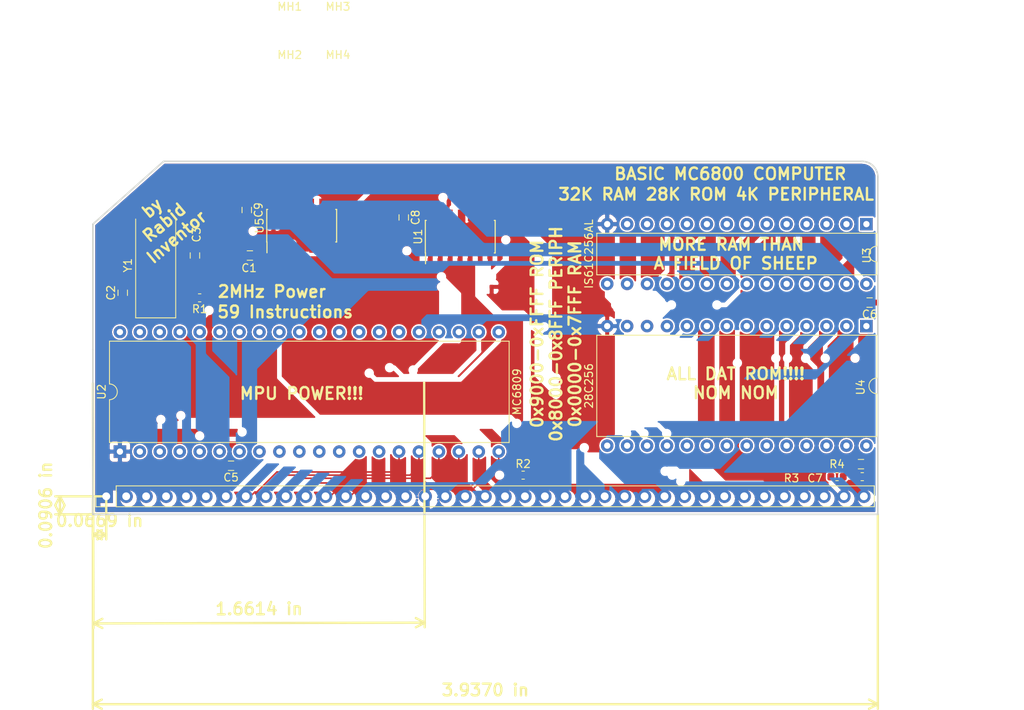
<source format=kicad_pcb>
(kicad_pcb (version 20171130) (host pcbnew "(5.0.0)")
  (layers (0 F.Cu signal) (31 B.Cu signal) (34 B.Paste user hide) (35 F.Paste user hide) (36 B.SilkS user hide) (37 F.SilkS user) (38 B.Mask user hide) (39 F.Mask user hide) (44 Edge.Cuts user))
  (net 0 "")
  (net 1 GND)
  (net 2 "Net-(C2-Pad1)")
  (net 3 "Net-(C3-Pad1)")
  (net 4 +5V)
  (net 5 /A0)
  (net 6 /A1)
  (net 7 /A2)
  (net 8 /A3)
  (net 9 /A4)
  (net 10 /A5)
  (net 11 /A6)
  (net 12 /A7)
  (net 13 /A8)
  (net 14 /A9)
  (net 15 /A10)
  (net 16 /A11)
  (net 17 /A12)
  (net 18 /A13)
  (net 19 /A14)
  (net 20 /A15)
  (net 21 /RESET)
  (net 22 /E)
  (net 23 /INT1)
  (net 24 /R_W)
  (net 25 /D0)
  (net 26 /D1)
  (net 27 /D2)
  (net 28 /D3)
  (net 29 /D4)
  (net 30 /D5)
  (net 31 /D6)
  (net 32 /D7)
  (net 33 /INT2)
  (net 34 /INT3)
  (net 35 /QLATCH)
  (net 36 /_QLATCH)
  (net 37 /_A15)
  (net 38 /ROM_CS)
  (net 39 /PER_CS)
  (net 40 /BS)
  (net 41 /BA)
  (net 42 "Net-(U2-Pad33)")
  (net 43 "Net-(U2-Pad40)")
  (net 44 "Net-(U1-Pad12)")
  (net 45 "Net-(U1-Pad3)")
  (net 46 "Net-(U1-Pad5)")
  (net 47 "Net-(U4-Pad27)")
  (net 48 /M1)
  (net 49 /MEM_REQ)
  (net 50 /RO)
  (net 51 /RX)
  (net 52 /TX)
  (net 53 /USR1)
  (module Mounting_Holes:MountingHole_3.2mm_M3_DIN965 (layer F.Cu) (at 129.225001 47.225001)
    (fp_text reference MH4 (at 0 -3.8) (layer F.SilkS))
    (fp_text value MountingHole)
    (pad 1 np_thru_hole circle (at 0 0) (size 3.2 3.2) (drill 3.2) (layers *.Cu *.Mask))
  )
  (module Mounting_Holes:MountingHole_3.2mm_M3_DIN965 (layer F.Cu) (at 129.225001 41.075001)
    (fp_text reference MH3 (at 0 -3.8) (layer F.SilkS))
    (fp_text value MountingHole)
    (pad 1 np_thru_hole circle (at 0 0) (size 3.2 3.2) (drill 3.2) (layers *.Cu *.Mask))
  )
  (module Mounting_Holes:MountingHole_3.2mm_M3_DIN965 (layer F.Cu) (at 123.075001 47.225001)
    (fp_text reference MH2 (at 0 -3.8) (layer F.SilkS))
    (fp_text value MountingHole)
    (pad 1 np_thru_hole circle (at 0 0) (size 3.2 3.2) (drill 3.2) (layers *.Cu *.Mask))
  )
  (module Mounting_Holes:MountingHole_3.2mm_M3_DIN965 (layer F.Cu) (at 123.075001 41.075001)
    (fp_text reference MH1 (at 0 -3.8) (layer F.SilkS))
    (fp_text value MountingHole)
    (pad 1 np_thru_hole circle (at 0 0) (size 3.2 3.2) (drill 3.2) (layers *.Cu *.Mask))
  )
  (module Crystal:Crystal_SMD_HC49-SD (layer F.Cu) (at 106 70.25 90)
    (fp_text reference Y1 (at 0 -3.55 90) (layer F.SilkS))
    (fp_text value ABLS-4.000MHZ-20-B-3-H-T)
    (fp_line (start 5.9 -2.55) (end -6.7 -2.55) (layer F.SilkS) (width 0.12))
    (fp_line (start -6.7 -2.55) (end -6.7 2.55) (layer F.SilkS) (width 0.12))
    (fp_line (start -6.7 2.55) (end 5.9 2.55) (layer F.SilkS) (width 0.12))
    (pad 1 smd rect (at -4.25 0 90) (size 4.5 2) (layers F.Cu F.Paste F.Mask) (net 2 "Net-(C2-Pad1)"))
    (pad 2 smd rect (at 4.25 0 90) (size 4.5 2) (layers F.Cu F.Paste F.Mask) (net 3 "Net-(C3-Pad1)"))
  )
  (module Capacitors_SMD:C_0603 (layer F.Cu) (at 137.6 64.15 270)
    (fp_text reference C8 (at 0 -1.5 270) (layer F.SilkS))
    (fp_text value C_Small)
    (fp_line (start 0.35 0.6) (end -0.35 0.6) (layer F.SilkS) (width 0.12))
    (fp_line (start -0.35 -0.6) (end 0.35 -0.6) (layer F.SilkS) (width 0.12))
    (pad 2 smd rect (at 0.75 0 270) (size 0.8 0.75) (layers F.Cu F.Paste F.Mask) (net 1 GND))
    (pad 1 smd rect (at -0.75 0 270) (size 0.8 0.75) (layers F.Cu F.Paste F.Mask) (net 4 +5V))
  )
  (module Capacitors_SMD:C_0603 (layer F.Cu) (at 117.6 63.2 270)
    (fp_text reference C9 (at 0 -1.5 270) (layer F.SilkS))
    (fp_text value C_Small)
    (fp_line (start -0.35 -0.6) (end 0.35 -0.6) (layer F.SilkS) (width 0.12))
    (fp_line (start 0.35 0.6) (end -0.35 0.6) (layer F.SilkS) (width 0.12))
    (pad 1 smd rect (at -0.75 0 270) (size 0.8 0.75) (layers F.Cu F.Paste F.Mask) (net 4 +5V))
    (pad 2 smd rect (at 0.75 0 270) (size 0.8 0.75) (layers F.Cu F.Paste F.Mask) (net 1 GND))
  )
  (module Housings_SOIC:SOIC-14_3.9x8.7mm_Pitch1.27mm (layer F.Cu) (at 144.8 66.6 90)
    (fp_text reference U1 (at 0 -5.375 90) (layer F.SilkS))
    (fp_text value 74LV32)
    (fp_line (start -2.075 -4.45) (end -2.075 -4.425) (layer F.SilkS) (width 0.15))
    (fp_line (start 2.075 -4.45) (end 2.075 -4.335) (layer F.SilkS) (width 0.15))
    (fp_line (start 2.075 4.45) (end 2.075 4.335) (layer F.SilkS) (width 0.15))
    (fp_line (start -2.075 4.45) (end -2.075 4.335) (layer F.SilkS) (width 0.15))
    (fp_line (start -2.075 -4.45) (end 2.075 -4.45) (layer F.SilkS) (width 0.15))
    (fp_line (start -2.075 4.45) (end 2.075 4.45) (layer F.SilkS) (width 0.15))
    (fp_line (start -2.075 -4.425) (end -3.45 -4.425) (layer F.SilkS) (width 0.15))
    (pad 1 smd rect (at -2.7 -3.81 90) (size 1.5 0.6) (layers F.Cu F.Paste F.Mask) (net 17 /A12))
    (pad 2 smd rect (at -2.7 -2.54 90) (size 1.5 0.6) (layers F.Cu F.Paste F.Mask) (net 18 /A13))
    (pad 3 smd rect (at -2.7 -1.27 90) (size 1.5 0.6) (layers F.Cu F.Paste F.Mask) (net 45 "Net-(U1-Pad3)"))
    (pad 4 smd rect (at -2.7 0 90) (size 1.5 0.6) (layers F.Cu F.Paste F.Mask) (net 45 "Net-(U1-Pad3)"))
    (pad 5 smd rect (at -2.7 1.27 90) (size 1.5 0.6) (layers F.Cu F.Paste F.Mask) (net 46 "Net-(U1-Pad5)"))
    (pad 6 smd rect (at -2.7 2.54 90) (size 1.5 0.6) (layers F.Cu F.Paste F.Mask) (net 39 /PER_CS))
    (pad 7 smd rect (at -2.7 3.81 90) (size 1.5 0.6) (layers F.Cu F.Paste F.Mask) (net 1 GND))
    (pad 8 smd rect (at 2.7 3.81 90) (size 1.5 0.6) (layers F.Cu F.Paste F.Mask) (net 46 "Net-(U1-Pad5)"))
    (pad 9 smd rect (at 2.7 2.54 90) (size 1.5 0.6) (layers F.Cu F.Paste F.Mask) (net 19 /A14))
    (pad 10 smd rect (at 2.7 1.27 90) (size 1.5 0.6) (layers F.Cu F.Paste F.Mask) (net 37 /_A15))
    (pad 11 smd rect (at 2.7 0 90) (size 1.5 0.6) (layers F.Cu F.Paste F.Mask) (net 38 /ROM_CS))
    (pad 12 smd rect (at 2.7 -1.27 90) (size 1.5 0.6) (layers F.Cu F.Paste F.Mask) (net 44 "Net-(U1-Pad12)"))
    (pad 13 smd rect (at 2.7 -2.54 90) (size 1.5 0.6) (layers F.Cu F.Paste F.Mask) (net 37 /_A15))
    (pad 14 smd rect (at 2.7 -3.81 90) (size 1.5 0.6) (layers F.Cu F.Paste F.Mask) (net 4 +5V))
  )
  (module Housings_SOIC:SOIC-14_3.9x8.7mm_Pitch1.27mm (layer F.Cu) (at 124.6 65.2 90)
    (fp_text reference U5 (at 0 -5.375 90) (layer F.SilkS))
    (fp_text value 74LV14)
    (fp_line (start -2.075 -4.425) (end -3.45 -4.425) (layer F.SilkS) (width 0.15))
    (fp_line (start -2.075 4.45) (end 2.075 4.45) (layer F.SilkS) (width 0.15))
    (fp_line (start -2.075 -4.45) (end 2.075 -4.45) (layer F.SilkS) (width 0.15))
    (fp_line (start -2.075 4.45) (end -2.075 4.335) (layer F.SilkS) (width 0.15))
    (fp_line (start 2.075 4.45) (end 2.075 4.335) (layer F.SilkS) (width 0.15))
    (fp_line (start 2.075 -4.45) (end 2.075 -4.335) (layer F.SilkS) (width 0.15))
    (fp_line (start -2.075 -4.45) (end -2.075 -4.425) (layer F.SilkS) (width 0.15))
    (pad 14 smd rect (at 2.7 -3.81 90) (size 1.5 0.6) (layers F.Cu F.Paste F.Mask) (net 4 +5V))
    (pad 13 smd rect (at 2.7 -2.54 90) (size 1.5 0.6) (layers F.Cu F.Paste F.Mask))
    (pad 12 smd rect (at 2.7 -1.27 90) (size 1.5 0.6) (layers F.Cu F.Paste F.Mask))
    (pad 11 smd rect (at 2.7 0 90) (size 1.5 0.6) (layers F.Cu F.Paste F.Mask))
    (pad 10 smd rect (at 2.7 1.27 90) (size 1.5 0.6) (layers F.Cu F.Paste F.Mask))
    (pad 9 smd rect (at 2.7 2.54 90) (size 1.5 0.6) (layers F.Cu F.Paste F.Mask))
    (pad 8 smd rect (at 2.7 3.81 90) (size 1.5 0.6) (layers F.Cu F.Paste F.Mask))
    (pad 7 smd rect (at -2.7 3.81 90) (size 1.5 0.6) (layers F.Cu F.Paste F.Mask) (net 1 GND))
    (pad 6 smd rect (at -2.7 2.54 90) (size 1.5 0.6) (layers F.Cu F.Paste F.Mask) (net 44 "Net-(U1-Pad12)"))
    (pad 5 smd rect (at -2.7 1.27 90) (size 1.5 0.6) (layers F.Cu F.Paste F.Mask) (net 39 /PER_CS))
    (pad 4 smd rect (at -2.7 0 90) (size 1.5 0.6) (layers F.Cu F.Paste F.Mask) (net 37 /_A15))
    (pad 3 smd rect (at -2.7 -1.27 90) (size 1.5 0.6) (layers F.Cu F.Paste F.Mask) (net 20 /A15))
    (pad 2 smd rect (at -2.7 -2.54 90) (size 1.5 0.6) (layers F.Cu F.Paste F.Mask) (net 36 /_QLATCH))
    (pad 1 smd rect (at -2.7 -3.81 90) (size 1.5 0.6) (layers F.Cu F.Paste F.Mask) (net 35 /QLATCH))
  )
  (module Package_DIP:DIP-40_W15.24mm (layer F.Cu) (at 101.44 94 90)
    (fp_text reference U2 (at 7.62 -2.33 90) (layer F.SilkS))
    (fp_text value MC6809 (at 7.62 50.59 90) (layer F.SilkS))
    (fp_arc (start 7.62 -1.33) (end 6.62 -1.33) (angle -180) (layer F.SilkS) (width 0.12))
    (fp_line (start 6.62 -1.33) (end 1.16 -1.33) (layer F.SilkS) (width 0.12))
    (fp_line (start 1.16 -1.33) (end 1.16 49.59) (layer F.SilkS) (width 0.12))
    (fp_line (start 1.16 49.59) (end 14.08 49.59) (layer F.SilkS) (width 0.12))
    (fp_line (start 14.08 49.59) (end 14.08 -1.33) (layer F.SilkS) (width 0.12))
    (fp_line (start 14.08 -1.33) (end 8.62 -1.33) (layer F.SilkS) (width 0.12))
    (pad 1 thru_hole rect (at 0 0 90) (size 1.6 1.6) (drill 0.8) (layers *.Cu *.Mask) (net 1 GND))
    (pad 21 thru_hole oval (at 15.24 48.26 90) (size 1.6 1.6) (drill 0.8) (layers *.Cu *.Mask) (net 18 /A13))
    (pad 2 thru_hole oval (at 0 2.54 90) (size 1.6 1.6) (drill 0.8) (layers *.Cu *.Mask) (net 23 /INT1))
    (pad 22 thru_hole oval (at 15.24 45.72 90) (size 1.6 1.6) (drill 0.8) (layers *.Cu *.Mask) (net 19 /A14))
    (pad 3 thru_hole oval (at 0 5.08 90) (size 1.6 1.6) (drill 0.8) (layers *.Cu *.Mask) (net 33 /INT2))
    (pad 23 thru_hole oval (at 15.24 43.18 90) (size 1.6 1.6) (drill 0.8) (layers *.Cu *.Mask) (net 20 /A15))
    (pad 4 thru_hole oval (at 0 7.62 90) (size 1.6 1.6) (drill 0.8) (layers *.Cu *.Mask) (net 34 /INT3))
    (pad 24 thru_hole oval (at 15.24 40.64 90) (size 1.6 1.6) (drill 0.8) (layers *.Cu *.Mask) (net 32 /D7))
    (pad 5 thru_hole oval (at 0 10.16 90) (size 1.6 1.6) (drill 0.8) (layers *.Cu *.Mask) (net 40 /BS))
    (pad 25 thru_hole oval (at 15.24 38.1 90) (size 1.6 1.6) (drill 0.8) (layers *.Cu *.Mask) (net 31 /D6))
    (pad 6 thru_hole oval (at 0 12.7 90) (size 1.6 1.6) (drill 0.8) (layers *.Cu *.Mask) (net 41 /BA))
    (pad 26 thru_hole oval (at 15.24 35.56 90) (size 1.6 1.6) (drill 0.8) (layers *.Cu *.Mask) (net 30 /D5))
    (pad 7 thru_hole oval (at 0 15.24 90) (size 1.6 1.6) (drill 0.8) (layers *.Cu *.Mask) (net 4 +5V))
    (pad 27 thru_hole oval (at 15.24 33.02 90) (size 1.6 1.6) (drill 0.8) (layers *.Cu *.Mask) (net 29 /D4))
    (pad 8 thru_hole oval (at 0 17.78 90) (size 1.6 1.6) (drill 0.8) (layers *.Cu *.Mask) (net 5 /A0))
    (pad 28 thru_hole oval (at 15.24 30.48 90) (size 1.6 1.6) (drill 0.8) (layers *.Cu *.Mask) (net 28 /D3))
    (pad 9 thru_hole oval (at 0 20.32 90) (size 1.6 1.6) (drill 0.8) (layers *.Cu *.Mask) (net 6 /A1))
    (pad 29 thru_hole oval (at 15.24 27.94 90) (size 1.6 1.6) (drill 0.8) (layers *.Cu *.Mask) (net 27 /D2))
    (pad 10 thru_hole oval (at 0 22.86 90) (size 1.6 1.6) (drill 0.8) (layers *.Cu *.Mask) (net 7 /A2))
    (pad 30 thru_hole oval (at 15.24 25.4 90) (size 1.6 1.6) (drill 0.8) (layers *.Cu *.Mask) (net 26 /D1))
    (pad 11 thru_hole oval (at 0 25.4 90) (size 1.6 1.6) (drill 0.8) (layers *.Cu *.Mask) (net 8 /A3))
    (pad 31 thru_hole oval (at 15.24 22.86 90) (size 1.6 1.6) (drill 0.8) (layers *.Cu *.Mask) (net 25 /D0))
    (pad 12 thru_hole oval (at 0 27.94 90) (size 1.6 1.6) (drill 0.8) (layers *.Cu *.Mask) (net 9 /A4))
    (pad 32 thru_hole oval (at 15.24 20.32 90) (size 1.6 1.6) (drill 0.8) (layers *.Cu *.Mask) (net 24 /R_W))
    (pad 13 thru_hole oval (at 0 30.48 90) (size 1.6 1.6) (drill 0.8) (layers *.Cu *.Mask) (net 10 /A5))
    (pad 33 thru_hole oval (at 15.24 17.78 90) (size 1.6 1.6) (drill 0.8) (layers *.Cu *.Mask) (net 42 "Net-(U2-Pad33)"))
    (pad 14 thru_hole oval (at 0 33.02 90) (size 1.6 1.6) (drill 0.8) (layers *.Cu *.Mask) (net 11 /A6))
    (pad 34 thru_hole oval (at 15.24 15.24 90) (size 1.6 1.6) (drill 0.8) (layers *.Cu *.Mask) (net 22 /E))
    (pad 15 thru_hole oval (at 0 35.56 90) (size 1.6 1.6) (drill 0.8) (layers *.Cu *.Mask) (net 12 /A7))
    (pad 35 thru_hole oval (at 15.24 12.7 90) (size 1.6 1.6) (drill 0.8) (layers *.Cu *.Mask) (net 35 /QLATCH))
    (pad 16 thru_hole oval (at 0 38.1 90) (size 1.6 1.6) (drill 0.8) (layers *.Cu *.Mask) (net 13 /A8))
    (pad 36 thru_hole oval (at 15.24 10.16 90) (size 1.6 1.6) (drill 0.8) (layers *.Cu *.Mask) (net 4 +5V))
    (pad 17 thru_hole oval (at 0 40.64 90) (size 1.6 1.6) (drill 0.8) (layers *.Cu *.Mask) (net 14 /A9))
    (pad 37 thru_hole oval (at 15.24 7.62 90) (size 1.6 1.6) (drill 0.8) (layers *.Cu *.Mask) (net 21 /RESET))
    (pad 18 thru_hole oval (at 0 43.18 90) (size 1.6 1.6) (drill 0.8) (layers *.Cu *.Mask) (net 15 /A10))
    (pad 38 thru_hole oval (at 15.24 5.08 90) (size 1.6 1.6) (drill 0.8) (layers *.Cu *.Mask) (net 3 "Net-(C3-Pad1)"))
    (pad 19 thru_hole oval (at 0 45.72 90) (size 1.6 1.6) (drill 0.8) (layers *.Cu *.Mask) (net 16 /A11))
    (pad 39 thru_hole oval (at 15.24 2.54 90) (size 1.6 1.6) (drill 0.8) (layers *.Cu *.Mask) (net 2 "Net-(C2-Pad1)"))
    (pad 20 thru_hole oval (at 0 48.26 90) (size 1.6 1.6) (drill 0.8) (layers *.Cu *.Mask) (net 17 /A12))
    (pad 40 thru_hole oval (at 15.24 0 90) (size 1.6 1.6) (drill 0.8) (layers *.Cu *.Mask) (net 43 "Net-(U2-Pad40)"))
  )
  (module Housings_DIP:DIP-28_W15.24mm (layer F.Cu) (at 196.54 78 270)
    (fp_text reference U4 (at 7.8 0.74 270) (layer F.SilkS))
    (fp_text value 28C256 (at 7.62 35.35 270) (layer F.SilkS))
    (fp_line (start 14.08 -1.33) (end 8.62 -1.33) (layer F.SilkS) (width 0.12))
    (fp_line (start 14.08 34.35) (end 14.08 -1.33) (layer F.SilkS) (width 0.12))
    (fp_line (start 1.16 34.35) (end 14.08 34.35) (layer F.SilkS) (width 0.12))
    (fp_line (start 1.16 -1.33) (end 1.16 34.35) (layer F.SilkS) (width 0.12))
    (fp_line (start 6.62 -1.33) (end 1.16 -1.33) (layer F.SilkS) (width 0.12))
    (fp_arc (start 7.62 -1.33) (end 6.62 -1.33) (angle -180) (layer F.SilkS) (width 0.12))
    (pad 28 thru_hole oval (at 15.24 0 270) (size 1.6 1.6) (drill 0.8) (layers *.Cu *.Mask) (net 4 +5V))
    (pad 14 thru_hole oval (at 0 33.02 270) (size 1.6 1.6) (drill 0.8) (layers *.Cu *.Mask) (net 1 GND))
    (pad 27 thru_hole oval (at 15.24 2.54 270) (size 1.6 1.6) (drill 0.8) (layers *.Cu *.Mask) (net 47 "Net-(U4-Pad27)"))
    (pad 13 thru_hole oval (at 0 30.48 270) (size 1.6 1.6) (drill 0.8) (layers *.Cu *.Mask) (net 27 /D2))
    (pad 26 thru_hole oval (at 15.24 5.08 270) (size 1.6 1.6) (drill 0.8) (layers *.Cu *.Mask) (net 18 /A13))
    (pad 12 thru_hole oval (at 0 27.94 270) (size 1.6 1.6) (drill 0.8) (layers *.Cu *.Mask) (net 26 /D1))
    (pad 25 thru_hole oval (at 15.24 7.62 270) (size 1.6 1.6) (drill 0.8) (layers *.Cu *.Mask) (net 13 /A8))
    (pad 11 thru_hole oval (at 0 25.4 270) (size 1.6 1.6) (drill 0.8) (layers *.Cu *.Mask) (net 25 /D0))
    (pad 24 thru_hole oval (at 15.24 10.16 270) (size 1.6 1.6) (drill 0.8) (layers *.Cu *.Mask) (net 14 /A9))
    (pad 10 thru_hole oval (at 0 22.86 270) (size 1.6 1.6) (drill 0.8) (layers *.Cu *.Mask) (net 5 /A0))
    (pad 23 thru_hole oval (at 15.24 12.7 270) (size 1.6 1.6) (drill 0.8) (layers *.Cu *.Mask) (net 16 /A11))
    (pad 9 thru_hole oval (at 0 20.32 270) (size 1.6 1.6) (drill 0.8) (layers *.Cu *.Mask) (net 6 /A1))
    (pad 22 thru_hole oval (at 15.24 15.24 270) (size 1.6 1.6) (drill 0.8) (layers *.Cu *.Mask) (net 38 /ROM_CS))
    (pad 8 thru_hole oval (at 0 17.78 270) (size 1.6 1.6) (drill 0.8) (layers *.Cu *.Mask) (net 7 /A2))
    (pad 21 thru_hole oval (at 15.24 17.78 270) (size 1.6 1.6) (drill 0.8) (layers *.Cu *.Mask) (net 15 /A10))
    (pad 7 thru_hole oval (at 0 15.24 270) (size 1.6 1.6) (drill 0.8) (layers *.Cu *.Mask) (net 8 /A3))
    (pad 20 thru_hole oval (at 15.24 20.32 270) (size 1.6 1.6) (drill 0.8) (layers *.Cu *.Mask) (net 36 /_QLATCH))
    (pad 6 thru_hole oval (at 0 12.7 270) (size 1.6 1.6) (drill 0.8) (layers *.Cu *.Mask) (net 9 /A4))
    (pad 19 thru_hole oval (at 15.24 22.86 270) (size 1.6 1.6) (drill 0.8) (layers *.Cu *.Mask) (net 32 /D7))
    (pad 5 thru_hole oval (at 0 10.16 270) (size 1.6 1.6) (drill 0.8) (layers *.Cu *.Mask) (net 10 /A5))
    (pad 18 thru_hole oval (at 15.24 25.4 270) (size 1.6 1.6) (drill 0.8) (layers *.Cu *.Mask) (net 31 /D6))
    (pad 4 thru_hole oval (at 0 7.62 270) (size 1.6 1.6) (drill 0.8) (layers *.Cu *.Mask) (net 11 /A6))
    (pad 17 thru_hole oval (at 15.24 27.94 270) (size 1.6 1.6) (drill 0.8) (layers *.Cu *.Mask) (net 30 /D5))
    (pad 3 thru_hole oval (at 0 5.08 270) (size 1.6 1.6) (drill 0.8) (layers *.Cu *.Mask) (net 12 /A7))
    (pad 16 thru_hole oval (at 15.24 30.48 270) (size 1.6 1.6) (drill 0.8) (layers *.Cu *.Mask) (net 29 /D4))
    (pad 2 thru_hole oval (at 0 2.54 270) (size 1.6 1.6) (drill 0.8) (layers *.Cu *.Mask) (net 17 /A12))
    (pad 15 thru_hole oval (at 15.24 33.02 270) (size 1.6 1.6) (drill 0.8) (layers *.Cu *.Mask) (net 28 /D3))
    (pad 1 thru_hole rect (at 0 0 270) (size 1.6 1.6) (drill 0.8) (layers *.Cu *.Mask) (net 19 /A14))
  )
  (module Capacitors_SMD:C_0603 (layer F.Cu) (at 101.8 73.75 90)
    (fp_text reference C2 (at 0 -1.5 90) (layer F.SilkS))
    (fp_text value C_Small)
    (fp_line (start 0.35 0.6) (end -0.35 0.6) (layer F.SilkS) (width 0.12))
    (fp_line (start -0.35 -0.6) (end 0.35 -0.6) (layer F.SilkS) (width 0.12))
    (pad 2 smd rect (at 0.75 0 90) (size 0.8 0.75) (layers F.Cu F.Paste F.Mask) (net 1 GND))
    (pad 1 smd rect (at -0.75 0 90) (size 0.8 0.75) (layers F.Cu F.Paste F.Mask) (net 2 "Net-(C2-Pad1)"))
  )
  (module Capacitors_SMD:C_0603 (layer F.Cu) (at 111 69 270)
    (fp_text reference C3 (at -2.65 -0.2 270) (layer F.SilkS))
    (fp_text value C_Small)
    (fp_line (start -0.35 -0.6) (end 0.35 -0.6) (layer F.SilkS) (width 0.12))
    (fp_line (start 0.35 0.6) (end -0.35 0.6) (layer F.SilkS) (width 0.12))
    (pad 1 smd rect (at -0.75 0 270) (size 0.8 0.75) (layers F.Cu F.Paste F.Mask) (net 3 "Net-(C3-Pad1)"))
    (pad 2 smd rect (at 0.75 0 270) (size 0.8 0.75) (layers F.Cu F.Paste F.Mask) (net 1 GND))
  )
  (module Capacitors_SMD:C_0603 (layer F.Cu) (at 115.6 95.8 180)
    (fp_text reference C5 (at 0 -1.5 180) (layer F.SilkS))
    (fp_text value C_Small)
    (fp_line (start 0.35 0.6) (end -0.35 0.6) (layer F.SilkS) (width 0.12))
    (fp_line (start -0.35 -0.6) (end 0.35 -0.6) (layer F.SilkS) (width 0.12))
    (pad 2 smd rect (at 0.75 0 180) (size 0.8 0.75) (layers F.Cu F.Paste F.Mask) (net 1 GND))
    (pad 1 smd rect (at -0.75 0 180) (size 0.8 0.75) (layers F.Cu F.Paste F.Mask) (net 4 +5V))
  )
  (module Capacitors_SMD:C_0603 (layer F.Cu) (at 196.95 75 180)
    (fp_text reference C6 (at 0 -1.5 180) (layer F.SilkS))
    (fp_text value C_Small)
    (fp_line (start 0.35 0.6) (end -0.35 0.6) (layer F.SilkS) (width 0.12))
    (fp_line (start -0.35 -0.6) (end 0.35 -0.6) (layer F.SilkS) (width 0.12))
    (pad 2 smd rect (at 0.75 0 180) (size 0.8 0.75) (layers F.Cu F.Paste F.Mask) (net 1 GND))
    (pad 1 smd rect (at -0.75 0 180) (size 0.8 0.75) (layers F.Cu F.Paste F.Mask) (net 4 +5V))
  )
  (module Capacitors_SMD:C_0603 (layer F.Cu) (at 195.85 95.6 180)
    (fp_text reference C7 (at 5.85 -1.8 180) (layer F.SilkS))
    (fp_text value C_Small)
    (fp_line (start -0.35 -0.6) (end 0.35 -0.6) (layer F.SilkS) (width 0.12))
    (fp_line (start 0.35 0.6) (end -0.35 0.6) (layer F.SilkS) (width 0.12))
    (pad 1 smd rect (at -0.75 0 180) (size 0.8 0.75) (layers F.Cu F.Paste F.Mask) (net 4 +5V))
    (pad 2 smd rect (at 0.75 0 180) (size 0.8 0.75) (layers F.Cu F.Paste F.Mask) (net 1 GND))
  )
  (module Connector_PinHeader_2.54mm:PinHeader_1x39_P2.54mm_Vertical (layer F.Cu) (at 99.7 99.7 90)
    (fp_text reference J1 hide)
    (fp_text value Conn_01x39_Male)
    (fp_line (start -1.33 97.85) (end 1.33 97.85) (layer F.SilkS) (width 0.12))
    (fp_line (start -1.33 1.27) (end -1.33 97.85) (layer F.SilkS) (width 0.12))
    (fp_line (start 1.33 1.27) (end 1.33 97.85) (layer F.SilkS) (width 0.12))
    (fp_line (start -1.33 1.27) (end 1.33 1.27) (layer F.SilkS) (width 0.12))
    (fp_line (start -1.33 0) (end -1.33 -1.33) (layer F.SilkS) (width 0.12))
    (fp_line (start -1.33 -1.33) (end 0 -1.33) (layer F.SilkS) (width 0.12))
    (pad 1 thru_hole rect (at 0 0 90) (size 1.7 1.7) (drill 1) (layers *.Cu *.Mask) (net 5 /A0))
    (pad 2 thru_hole oval (at 0 2.54 90) (size 1.7 1.7) (drill 1) (layers *.Cu *.Mask) (net 6 /A1))
    (pad 3 thru_hole oval (at 0 5.08 90) (size 1.7 1.7) (drill 1) (layers *.Cu *.Mask) (net 7 /A2))
    (pad 4 thru_hole oval (at 0 7.62 90) (size 1.7 1.7) (drill 1) (layers *.Cu *.Mask) (net 8 /A3))
    (pad 5 thru_hole oval (at 0 10.16 90) (size 1.7 1.7) (drill 1) (layers *.Cu *.Mask) (net 9 /A4))
    (pad 6 thru_hole oval (at 0 12.7 90) (size 1.7 1.7) (drill 1) (layers *.Cu *.Mask) (net 10 /A5))
    (pad 7 thru_hole oval (at 0 15.24 90) (size 1.7 1.7) (drill 1) (layers *.Cu *.Mask) (net 11 /A6))
    (pad 8 thru_hole oval (at 0 17.78 90) (size 1.7 1.7) (drill 1) (layers *.Cu *.Mask) (net 12 /A7))
    (pad 9 thru_hole oval (at 0 20.32 90) (size 1.7 1.7) (drill 1) (layers *.Cu *.Mask) (net 13 /A8))
    (pad 10 thru_hole oval (at 0 22.86 90) (size 1.7 1.7) (drill 1) (layers *.Cu *.Mask) (net 14 /A9))
    (pad 11 thru_hole oval (at 0 25.4 90) (size 1.7 1.7) (drill 1) (layers *.Cu *.Mask) (net 15 /A10))
    (pad 12 thru_hole oval (at 0 27.94 90) (size 1.7 1.7) (drill 1) (layers *.Cu *.Mask) (net 16 /A11))
    (pad 13 thru_hole oval (at 0 30.48 90) (size 1.7 1.7) (drill 1) (layers *.Cu *.Mask) (net 17 /A12))
    (pad 14 thru_hole oval (at 0 33.02 90) (size 1.7 1.7) (drill 1) (layers *.Cu *.Mask) (net 18 /A13))
    (pad 15 thru_hole oval (at 0 35.56 90) (size 1.7 1.7) (drill 1) (layers *.Cu *.Mask) (net 19 /A14))
    (pad 16 thru_hole oval (at 0 38.1 90) (size 1.7 1.7) (drill 1) (layers *.Cu *.Mask) (net 20 /A15))
    (pad 17 thru_hole oval (at 0 40.64 90) (size 1.7 1.7) (drill 1) (layers *.Cu *.Mask) (net 1 GND))
    (pad 18 thru_hole oval (at 0 43.18 90) (size 1.7 1.7) (drill 1) (layers *.Cu *.Mask) (net 4 +5V))
    (pad 19 thru_hole oval (at 0 45.72 90) (size 1.7 1.7) (drill 1) (layers *.Cu *.Mask) (net 48 /M1))
    (pad 20 thru_hole oval (at 0 48.26 90) (size 1.7 1.7) (drill 1) (layers *.Cu *.Mask) (net 21 /RESET))
    (pad 21 thru_hole oval (at 0 50.8 90) (size 1.7 1.7) (drill 1) (layers *.Cu *.Mask) (net 22 /E))
    (pad 22 thru_hole oval (at 0 53.34 90) (size 1.7 1.7) (drill 1) (layers *.Cu *.Mask) (net 23 /INT1))
    (pad 23 thru_hole oval (at 0 55.88 90) (size 1.7 1.7) (drill 1) (layers *.Cu *.Mask) (net 49 /MEM_REQ))
    (pad 24 thru_hole oval (at 0 58.42 90) (size 1.7 1.7) (drill 1) (layers *.Cu *.Mask) (net 24 /R_W))
    (pad 25 thru_hole oval (at 0 60.96 90) (size 1.7 1.7) (drill 1) (layers *.Cu *.Mask) (net 50 /RO))
    (pad 26 thru_hole oval (at 0 63.5 90) (size 1.7 1.7) (drill 1) (layers *.Cu *.Mask) (net 39 /PER_CS))
    (pad 27 thru_hole oval (at 0 66.04 90) (size 1.7 1.7) (drill 1) (layers *.Cu *.Mask) (net 25 /D0))
    (pad 28 thru_hole oval (at 0 68.58 90) (size 1.7 1.7) (drill 1) (layers *.Cu *.Mask) (net 26 /D1))
    (pad 29 thru_hole oval (at 0 71.12 90) (size 1.7 1.7) (drill 1) (layers *.Cu *.Mask) (net 27 /D2))
    (pad 30 thru_hole oval (at 0 73.66 90) (size 1.7 1.7) (drill 1) (layers *.Cu *.Mask) (net 28 /D3))
    (pad 31 thru_hole oval (at 0 76.2 90) (size 1.7 1.7) (drill 1) (layers *.Cu *.Mask) (net 29 /D4))
    (pad 32 thru_hole oval (at 0 78.74 90) (size 1.7 1.7) (drill 1) (layers *.Cu *.Mask) (net 30 /D5))
    (pad 33 thru_hole oval (at 0 81.28 90) (size 1.7 1.7) (drill 1) (layers *.Cu *.Mask) (net 31 /D6))
    (pad 34 thru_hole oval (at 0 83.82 90) (size 1.7 1.7) (drill 1) (layers *.Cu *.Mask) (net 32 /D7))
    (pad 35 thru_hole oval (at 0 86.36 90) (size 1.7 1.7) (drill 1) (layers *.Cu *.Mask) (net 51 /RX))
    (pad 36 thru_hole oval (at 0 88.9 90) (size 1.7 1.7) (drill 1) (layers *.Cu *.Mask) (net 52 /TX))
    (pad 37 thru_hole oval (at 0 91.44 90) (size 1.7 1.7) (drill 1) (layers *.Cu *.Mask) (net 53 /USR1))
    (pad 38 thru_hole oval (at 0 93.98 90) (size 1.7 1.7) (drill 1) (layers *.Cu *.Mask) (net 33 /INT2))
    (pad 39 thru_hole oval (at 0 96.52 90) (size 1.7 1.7) (drill 1) (layers *.Cu *.Mask) (net 34 /INT3))
  )
  (module Resistor_SMD:R_0603_1608Metric (layer F.Cu) (at 111.6 74.4 180)
    (fp_text reference R1 (at 0 -1.43 180) (layer F.SilkS))
    (fp_text value R_Small)
    (fp_line (start -0.162779 0.51) (end 0.162779 0.51) (layer F.SilkS) (width 0.12))
    (fp_line (start -0.162779 -0.51) (end 0.162779 -0.51) (layer F.SilkS) (width 0.12))
    (pad 2 smd roundrect (at 0.7875 0 180) (size 0.875 0.95) (layers F.Cu F.Paste F.Mask) (net 21 /RESET))
    (pad 1 smd roundrect (at -0.7875 0 180) (size 0.875 0.95) (layers F.Cu F.Paste F.Mask) (net 4 +5V))
  )
  (module Resistor_SMD:R_0603_1608Metric (layer F.Cu) (at 152.8125 97)
    (fp_text reference R2 (at 0 -1.43) (layer F.SilkS))
    (fp_text value R_Small)
    (fp_line (start -0.162779 -0.51) (end 0.162779 -0.51) (layer F.SilkS) (width 0.12))
    (fp_line (start -0.162779 0.51) (end 0.162779 0.51) (layer F.SilkS) (width 0.12))
    (pad 1 smd roundrect (at -0.7875 0) (size 0.875 0.95) (layers F.Cu F.Paste F.Mask) (net 4 +5V))
    (pad 2 smd roundrect (at 0.7875 0) (size 0.875 0.95) (layers F.Cu F.Paste F.Mask) (net 23 /INT1))
  )
  (module Resistor_SMD:R_0603_1608Metric (layer F.Cu) (at 192.8 97.2 180)
    (fp_text reference R3 (at 5.8 -0.2 180) (layer F.SilkS))
    (fp_text value R_Small)
    (fp_line (start -0.162779 0.51) (end 0.162779 0.51) (layer F.SilkS) (width 0.12))
    (fp_line (start -0.162779 -0.51) (end 0.162779 -0.51) (layer F.SilkS) (width 0.12))
    (pad 2 smd roundrect (at 0.7875 0 180) (size 0.875 0.95) (layers F.Cu F.Paste F.Mask) (net 33 /INT2))
    (pad 1 smd roundrect (at -0.7875 0 180) (size 0.875 0.95) (layers F.Cu F.Paste F.Mask) (net 4 +5V))
  )
  (module Resistor_SMD:R_0603_1608Metric (layer F.Cu) (at 196.0125 97.2)
    (fp_text reference R4 (at -3.2125 -1.6) (layer F.SilkS))
    (fp_text value R_Small)
    (fp_line (start -0.162779 -0.51) (end 0.162779 -0.51) (layer F.SilkS) (width 0.12))
    (fp_line (start -0.162779 0.51) (end 0.162779 0.51) (layer F.SilkS) (width 0.12))
    (pad 1 smd roundrect (at -0.7875 0) (size 0.875 0.95) (layers F.Cu F.Paste F.Mask) (net 4 +5V))
    (pad 2 smd roundrect (at 0.7875 0) (size 0.875 0.95) (layers F.Cu F.Paste F.Mask) (net 34 /INT3))
  )
  (module Capacitors_SMD:C_0603 (layer F.Cu) (at 118 69 180)
    (fp_text reference C1 (at 0.1 -1.6 180) (layer F.SilkS))
    (fp_text value C_Small)
    (fp_line (start -0.35 -0.6) (end 0.35 -0.6) (layer F.SilkS) (width 0.12))
    (fp_line (start 0.35 0.6) (end -0.35 0.6) (layer F.SilkS) (width 0.12))
    (pad 1 smd rect (at -0.75 0 180) (size 0.8 0.75) (layers F.Cu F.Paste F.Mask) (net 4 +5V))
    (pad 2 smd rect (at 0.75 0 180) (size 0.8 0.75) (layers F.Cu F.Paste F.Mask) (net 21 /RESET))
  )
  (module Housings_DIP:DIP-28_W7.62mm (layer F.Cu) (at 196.54 65 270)
    (fp_text reference U3 (at 4 -0.06 270) (layer F.SilkS))
    (fp_text value IS61C256AL (at 3.81 35.35 270) (layer F.SilkS))
    (fp_line (start 6.46 -1.33) (end 4.81 -1.33) (layer F.SilkS) (width 0.12))
    (fp_line (start 6.46 34.35) (end 6.46 -1.33) (layer F.SilkS) (width 0.12))
    (fp_line (start 1.16 34.35) (end 6.46 34.35) (layer F.SilkS) (width 0.12))
    (fp_line (start 1.16 -1.33) (end 1.16 34.35) (layer F.SilkS) (width 0.12))
    (fp_line (start 2.81 -1.33) (end 1.16 -1.33) (layer F.SilkS) (width 0.12))
    (fp_arc (start 3.81 -1.33) (end 2.81 -1.33) (angle -180) (layer F.SilkS) (width 0.12))
    (pad 28 thru_hole oval (at 7.62 0 270) (size 1.6 1.6) (drill 0.8) (layers *.Cu *.Mask) (net 4 +5V))
    (pad 14 thru_hole oval (at 0 33.02 270) (size 1.6 1.6) (drill 0.8) (layers *.Cu *.Mask) (net 1 GND))
    (pad 27 thru_hole oval (at 7.62 2.54 270) (size 1.6 1.6) (drill 0.8) (layers *.Cu *.Mask) (net 24 /R_W))
    (pad 13 thru_hole oval (at 0 30.48 270) (size 1.6 1.6) (drill 0.8) (layers *.Cu *.Mask) (net 27 /D2))
    (pad 26 thru_hole oval (at 7.62 5.08 270) (size 1.6 1.6) (drill 0.8) (layers *.Cu *.Mask) (net 18 /A13))
    (pad 12 thru_hole oval (at 0 27.94 270) (size 1.6 1.6) (drill 0.8) (layers *.Cu *.Mask) (net 26 /D1))
    (pad 25 thru_hole oval (at 7.62 7.62 270) (size 1.6 1.6) (drill 0.8) (layers *.Cu *.Mask) (net 13 /A8))
    (pad 11 thru_hole oval (at 0 25.4 270) (size 1.6 1.6) (drill 0.8) (layers *.Cu *.Mask) (net 25 /D0))
    (pad 24 thru_hole oval (at 7.62 10.16 270) (size 1.6 1.6) (drill 0.8) (layers *.Cu *.Mask) (net 14 /A9))
    (pad 10 thru_hole oval (at 0 22.86 270) (size 1.6 1.6) (drill 0.8) (layers *.Cu *.Mask) (net 5 /A0))
    (pad 23 thru_hole oval (at 7.62 12.7 270) (size 1.6 1.6) (drill 0.8) (layers *.Cu *.Mask) (net 16 /A11))
    (pad 9 thru_hole oval (at 0 20.32 270) (size 1.6 1.6) (drill 0.8) (layers *.Cu *.Mask) (net 6 /A1))
    (pad 22 thru_hole oval (at 7.62 15.24 270) (size 1.6 1.6) (drill 0.8) (layers *.Cu *.Mask) (net 36 /_QLATCH))
    (pad 8 thru_hole oval (at 0 17.78 270) (size 1.6 1.6) (drill 0.8) (layers *.Cu *.Mask) (net 7 /A2))
    (pad 21 thru_hole oval (at 7.62 17.78 270) (size 1.6 1.6) (drill 0.8) (layers *.Cu *.Mask) (net 15 /A10))
    (pad 7 thru_hole oval (at 0 15.24 270) (size 1.6 1.6) (drill 0.8) (layers *.Cu *.Mask) (net 8 /A3))
    (pad 20 thru_hole oval (at 7.62 20.32 270) (size 1.6 1.6) (drill 0.8) (layers *.Cu *.Mask) (net 20 /A15))
    (pad 6 thru_hole oval (at 0 12.7 270) (size 1.6 1.6) (drill 0.8) (layers *.Cu *.Mask) (net 9 /A4))
    (pad 19 thru_hole oval (at 7.62 22.86 270) (size 1.6 1.6) (drill 0.8) (layers *.Cu *.Mask) (net 32 /D7))
    (pad 5 thru_hole oval (at 0 10.16 270) (size 1.6 1.6) (drill 0.8) (layers *.Cu *.Mask) (net 10 /A5))
    (pad 18 thru_hole oval (at 7.62 25.4 270) (size 1.6 1.6) (drill 0.8) (layers *.Cu *.Mask) (net 31 /D6))
    (pad 4 thru_hole oval (at 0 7.62 270) (size 1.6 1.6) (drill 0.8) (layers *.Cu *.Mask) (net 11 /A6))
    (pad 17 thru_hole oval (at 7.62 27.94 270) (size 1.6 1.6) (drill 0.8) (layers *.Cu *.Mask) (net 30 /D5))
    (pad 3 thru_hole oval (at 0 5.08 270) (size 1.6 1.6) (drill 0.8) (layers *.Cu *.Mask) (net 12 /A7))
    (pad 16 thru_hole oval (at 7.62 30.48 270) (size 1.6 1.6) (drill 0.8) (layers *.Cu *.Mask) (net 29 /D4))
    (pad 2 thru_hole oval (at 0 2.54 270) (size 1.6 1.6) (drill 0.8) (layers *.Cu *.Mask) (net 17 /A12))
    (pad 15 thru_hole oval (at 7.62 33.02 270) (size 1.6 1.6) (drill 0.8) (layers *.Cu *.Mask) (net 28 /D3))
    (pad 1 thru_hole rect (at 0 0 270) (size 1.6 1.6) (drill 0.8) (layers *.Cu *.Mask) (net 19 /A14))
  )
  (dimension 42.200118 (width 0.3) (layer F.SilkS) (gr_text "42.200 mm" (at 119.177503 117.956199 0.1357717352) (layer F.SilkS) (effects (font (size 1.5 1.5) (thickness 0.3)))) (feature1 (pts (xy 140.2 85.2) (xy 140.273916 116.392624))) (feature2 (pts (xy 98 85.3) (xy 98.073916 116.492624))) (crossbar (pts (xy 98.072527 115.906205) (xy 140.272527 115.806205))) (arrow1a (pts (xy 140.272527 115.806205) (xy 139.147416 116.395294))) (arrow1b (pts (xy 140.272527 115.806205) (xy 139.144637 115.222455))) (arrow2a (pts (xy 98.072527 115.906205) (xy 99.200417 116.489955))) (arrow2b (pts (xy 98.072527 115.906205) (xy 99.197638 115.317116))))
  (dimension 100 (width 0.3) (layer F.SilkS) (gr_text "100.000 mm" (at 148 128.3) (layer F.SilkS) (effects (font (size 1.5 1.5) (thickness 0.3)))) (feature1 (pts (xy 198 102) (xy 198 126.786421))) (feature2 (pts (xy 98 102) (xy 98 126.786421))) (crossbar (pts (xy 98 126.2) (xy 198 126.2))) (arrow1a (pts (xy 198 126.2) (xy 196.873496 126.786421))) (arrow1b (pts (xy 198 126.2) (xy 196.873496 125.613579))) (arrow2a (pts (xy 98 126.2) (xy 99.126504 126.786421))) (arrow2b (pts (xy 98 126.2) (xy 99.126504 125.613579))))
  (dimension 2.3 (width 0.3) (layer F.SilkS) (gr_text "2.300 mm" (at 91.7 100.85 270) (layer F.SilkS) (effects (font (size 1.5 1.5) (thickness 0.3)))) (feature1 (pts (xy 100 102) (xy 93.213579 102))) (feature2 (pts (xy 100 99.7) (xy 93.213579 99.7))) (crossbar (pts (xy 93.8 99.7) (xy 93.8 102))) (arrow1a (pts (xy 93.8 102) (xy 93.213579 100.873496))) (arrow1b (pts (xy 93.8 102) (xy 94.386421 100.873496))) (arrow2a (pts (xy 93.8 99.7) (xy 93.213579 100.826504))) (arrow2b (pts (xy 93.8 99.7) (xy 94.386421 100.826504))))
  (dimension 1.7 (width 0.3) (layer F.SilkS) (gr_text "1.700 mm" (at 98.85 106.7) (layer F.SilkS) (effects (font (size 1.5 1.5) (thickness 0.3)))) (feature1 (pts (xy 98 100) (xy 98 105.186421))) (feature2 (pts (xy 99.7 100) (xy 99.7 105.186421))) (crossbar (pts (xy 99.7 104.6) (xy 98 104.6))) (arrow1a (pts (xy 98 104.6) (xy 99.126504 104.013579))) (arrow1b (pts (xy 98 104.6) (xy 99.126504 105.186421))) (arrow2a (pts (xy 99.7 104.6) (xy 98.573496 104.013579))) (arrow2b (pts (xy 99.7 104.6) (xy 98.573496 105.186421))))
  (gr_text "MORE RAM THAN \nA FIELD OF SHEEP" (at 179.9 68.8) (layer F.SilkS) (effects (font (size 1.5 1.5) (thickness 0.3))))
  (gr_text "ALL DAT ROM!!!!\nNOM NOM" (at 179.9 85.3) (layer F.SilkS) (effects (font (size 1.5 1.5) (thickness 0.3))))
  (gr_text "MPU POWER!!!" (at 124.6 86.6) (layer F.SilkS) (effects (font (size 1.5 1.5) (thickness 0.3))))
  (gr_text "59 Instructions" (at 122.5 76.2) (layer F.SilkS) (effects (font (size 1.5 1.5) (thickness 0.3))))
  (gr_text "2MHz Power" (at 120.8 73.6) (layer F.SilkS) (effects (font (size 1.5 1.5) (thickness 0.3))))
  (gr_text "0x9000-0xFFFF ROM\n0x8000-0x8FFF PERIPH\n0x0000-0x7FFF RAM" (at 157 79 90) (layer F.SilkS) (effects (font (size 1.5 1.5) (thickness 0.3))))
  (gr_text "by\nRabid\nInventor" (at 107.1 64.8 40) (layer F.SilkS) (effects (font (size 1.5 1.5) (thickness 0.3))))
  (gr_arc (start 196 59) (end 198 59) (angle -90) (layer Edge.Cuts) (width 0.2))
  (gr_text "32K RAM 28K ROM 4K PERIPHERAL" (at 177.4 61.2) (layer F.SilkS) (effects (font (size 1.5 1.5) (thickness 0.3))))
  (gr_text "BASIC MC6800 COMPUTER\n" (at 179.2 58.6) (layer F.SilkS) (effects (font (size 1.5 1.5) (thickness 0.3))))
  (gr_line (start 198 102) (end 98 102) (layer Edge.Cuts) (width 0.2))
  (gr_line (start 198 59) (end 198 102) (layer Edge.Cuts) (width 0.2))
  (gr_line (start 107 57) (end 196 57) (layer Edge.Cuts) (width 0.2))
  (gr_line (start 98 65) (end 107 57) (layer Edge.Cuts) (width 0.2))
  (gr_line (start 98 81) (end 98 65) (layer Edge.Cuts) (width 0.2))
  (gr_line (start 98 102) (end 98 81) (layer Edge.Cuts) (width 0.2))
  (segment (start 137 95.6) (end 137 94) (width 0.2) (layer F.Cu) (net 12))
  (segment (start 136 96.6) (end 137 95.6) (width 0.2) (layer F.Cu) (net 12))
  (segment (start 121.434301 96.6) (end 136 96.6) (width 0.2) (layer F.Cu) (net 12))
  (segment (start 118.8843 99.150001) (end 121.434301 96.6) (width 0.2) (layer F.Cu) (net 12))
  (segment (start 117.78 100) (end 118.629999 99.150001) (width 0.2) (layer F.Cu) (net 12))
  (segment (start 118.629999 99.150001) (end 118.8843 99.150001) (width 0.2) (layer F.Cu) (net 12))
  (segment (start 139.54 94) (end 139.54 95.86) (width 0.2) (layer F.Cu) (net 13))
  (segment (start 139.54 95.86) (end 138.4 97) (width 0.2) (layer F.Cu) (net 13))
  (segment (start 138.4 97) (end 121.6 97) (width 0.2) (layer F.Cu) (net 13))
  (segment (start 120.32 98.28) (end 120.32 100) (width 0.2) (layer F.Cu) (net 13))
  (segment (start 121.6 97) (end 120.32 98.28) (width 0.2) (layer F.Cu) (net 13))
  (segment (start 122.86 98.797919) (end 124.057919 97.6) (width 0.2) (layer F.Cu) (net 14))
  (segment (start 122.86 100) (end 122.86 98.797919) (width 0.2) (layer F.Cu) (net 14))
  (segment (start 124.057919 97.6) (end 124.057919 97.542081) (width 0.2) (layer F.Cu) (net 14))
  (segment (start 124.057919 97.542081) (end 124.2 97.4) (width 0.2) (layer F.Cu) (net 14))
  (segment (start 124.2 97.4) (end 141 97.4) (width 0.2) (layer F.Cu) (net 14))
  (segment (start 142.08 96.32) (end 142.08 94) (width 0.2) (layer F.Cu) (net 14))
  (segment (start 141 97.4) (end 142.08 96.32) (width 0.2) (layer F.Cu) (net 14))
  (segment (start 144.62 94) (end 144.62 96.78) (width 0.2) (layer F.Cu) (net 15))
  (segment (start 143.40001 97.99999) (end 126.20001 97.99999) (width 0.2) (layer F.Cu) (net 15))
  (segment (start 144.62 96.78) (end 143.40001 97.99999) (width 0.2) (layer F.Cu) (net 15))
  (segment (start 126.20001 97.99999) (end 125.4 98.8) (width 0.2) (layer F.Cu) (net 15))
  (segment (start 125.4 98.8) (end 125.4 100) (width 0.2) (layer F.Cu) (net 15))
  (segment (start 127.94 100) (end 129.54 98.4) (width 0.2) (layer F.Cu) (net 16))
  (segment (start 129.54 98.4) (end 146.2 98.4) (width 0.2) (layer F.Cu) (net 16))
  (segment (start 146.2 98.4) (end 147.2 97.4) (width 0.2) (layer F.Cu) (net 16))
  (segment (start 147.16 97.36) (end 147.16 94) (width 0.2) (layer F.Cu) (net 16))
  (segment (start 147.2 97.4) (end 147.16 97.36) (width 0.2) (layer F.Cu) (net 16))
  (segment (start 130.48 100) (end 131.68 98.8) (width 0.2) (layer F.Cu) (net 17))
  (segment (start 131.68 98.8) (end 146.4 98.8) (width 0.2) (layer F.Cu) (net 17))
  (segment (start 149.7 95.5) (end 149.7 94) (width 0.2) (layer F.Cu) (net 17))
  (segment (start 146.4 98.8) (end 149.7 95.5) (width 0.2) (layer F.Cu) (net 17))
  (zone (net 1) (net_name GND) (layer F.Cu) (connect_pads (clearance 0.2)) (min_thickness 0.2) (fill yes (arc_segments 16) (thermal_gap 0.508) (thermal_bridge_width 0.508))
    (polygon (pts (xy 96 56) (xy 200 56) (xy 200 103) (xy 96 103)))
  )
  (zone (net 1) (net_name GND) (layer B.Cu) (connect_pads (clearance 0.2)) (min_thickness 0.2) (fill yes (arc_segments 16) (thermal_gap 0.508) (thermal_bridge_width 0.508))
    (polygon (pts (xy 96 103) (xy 96 56) (xy 200 56) (xy 200 103)))
  )
)
</source>
